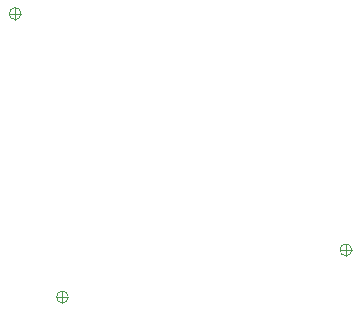
<source format=gbr>
%TF.GenerationSoftware,KiCad,Pcbnew,9.0.6-9.0.6~ubuntu22.04.1*%
%TF.CreationDate,2026-01-23T17:01:07+00:00*%
%TF.ProjectId,mm_light_sensor,6d6d5f6c-6967-4687-945f-73656e736f72,v0.4*%
%TF.SameCoordinates,PX8d24d00PY36d6160*%
%TF.FileFunction,AssemblyDrawing,Top*%
%FSLAX45Y45*%
G04 Gerber Fmt 4.5, Leading zero omitted, Abs format (unit mm)*
G04 Created by KiCad (PCBNEW 9.0.6-9.0.6~ubuntu22.04.1) date 2026-01-23 17:01:07*
%MOMM*%
%LPD*%
G01*
G04 APERTURE LIST*
%ADD10C,0.100000*%
G04 APERTURE END LIST*
D10*
%TO.C,GS1*%
X-1450000Y1000000D02*
X-1350000Y1000000D01*
X-1400000Y1050000D02*
X-1400000Y950000D01*
X-1350000Y1000000D02*
G75*
G02*
X-1450000Y1000000I-50000J0D01*
G01*
X-1450000Y1000000D02*
G75*
G02*
X-1350000Y1000000I50000J0D01*
G01*
%TO.C,GS2*%
X1350000Y-1000000D02*
X1450000Y-1000000D01*
X1400000Y-950000D02*
X1400000Y-1050000D01*
X1450000Y-1000000D02*
G75*
G02*
X1350000Y-1000000I-50000J0D01*
G01*
X1350000Y-1000000D02*
G75*
G02*
X1450000Y-1000000I50000J0D01*
G01*
%TO.C,GS3*%
X-1050000Y-1400000D02*
X-950000Y-1400000D01*
X-1000000Y-1350000D02*
X-1000000Y-1450000D01*
X-950000Y-1400000D02*
G75*
G02*
X-1050000Y-1400000I-50000J0D01*
G01*
X-1050000Y-1400000D02*
G75*
G02*
X-950000Y-1400000I50000J0D01*
G01*
%TD*%
M02*

</source>
